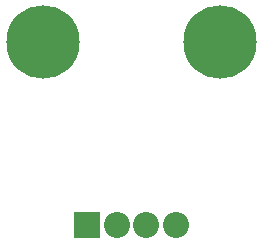
<source format=gbs>
G04*
G04 #@! TF.GenerationSoftware,Altium Limited,CircuitStudio,1.5.2 (30)*
G04*
G04 Layer_Color=8150272*
%FSLAX25Y25*%
%MOIN*%
G70*
G01*
G75*
%ADD30C,0.08674*%
%ADD31R,0.08674X0.08674*%
%ADD32C,0.24422*%
D30*
X349410Y234252D02*
D03*
X339567D02*
D03*
X329724D02*
D03*
D31*
X319882D02*
D03*
D32*
X364173Y295276D02*
D03*
X305118D02*
D03*
M02*

</source>
